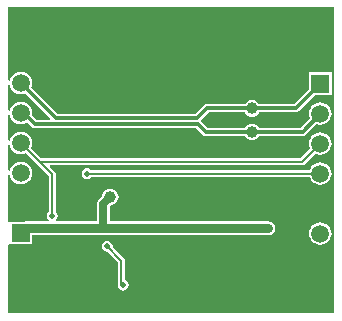
<source format=gbl>
G04*
G04 #@! TF.GenerationSoftware,Altium Limited,Altium Designer,18.1.9 (240)*
G04*
G04 Layer_Physical_Order=2*
G04 Layer_Color=16711680*
%FSAX25Y25*%
%MOIN*%
G70*
G01*
G75*
%ADD23C,0.00800*%
%ADD24C,0.03000*%
%ADD25C,0.02500*%
%ADD26C,0.03937*%
%ADD27C,0.05906*%
%ADD28R,0.05906X0.05906*%
%ADD29C,0.23622*%
%ADD30C,0.01968*%
%ADD31C,0.01200*%
G36*
X0507844Y0247920D02*
X0508222Y0247007D01*
X0508823Y0246223D01*
X0509607Y0245622D01*
X0510520Y0245244D01*
X0511500Y0245115D01*
X0512480Y0245244D01*
X0512945Y0245437D01*
X0521292Y0237089D01*
X0521101Y0236627D01*
X0516891D01*
X0515208Y0238311D01*
X0515285Y0238900D01*
X0515156Y0239880D01*
X0514778Y0240793D01*
X0514177Y0241577D01*
X0513393Y0242178D01*
X0512480Y0242556D01*
X0511500Y0242685D01*
X0510520Y0242556D01*
X0509607Y0242178D01*
X0508823Y0241577D01*
X0508222Y0240793D01*
X0507844Y0239880D01*
X0507817Y0239676D01*
X0507317Y0239709D01*
Y0248091D01*
X0507817Y0248124D01*
X0507844Y0247920D01*
D02*
G37*
G36*
X0615883Y0172217D02*
X0507317D01*
Y0194979D01*
X0507747Y0195147D01*
X0507817Y0195147D01*
X0515253D01*
Y0198055D01*
X0594000D01*
X0594897Y0198233D01*
X0595658Y0198742D01*
X0596167Y0199503D01*
X0596345Y0200400D01*
X0596167Y0201297D01*
X0595658Y0202058D01*
X0594897Y0202567D01*
X0594000Y0202745D01*
X0541190D01*
Y0207766D01*
X0541503Y0208079D01*
X0542038Y0208149D01*
X0542711Y0208428D01*
X0543290Y0208872D01*
X0543733Y0209450D01*
X0544012Y0210124D01*
X0544107Y0210846D01*
X0544012Y0211569D01*
X0543733Y0212243D01*
X0543290Y0212821D01*
X0542711Y0213265D01*
X0542038Y0213544D01*
X0541315Y0213639D01*
X0540592Y0213544D01*
X0539919Y0213265D01*
X0539340Y0212821D01*
X0538897Y0212243D01*
X0538618Y0211569D01*
X0538547Y0211035D01*
X0537622Y0210109D01*
X0537169Y0209431D01*
X0537010Y0208631D01*
X0537010Y0208631D01*
Y0202745D01*
X0523336D01*
X0523184Y0203245D01*
X0523286Y0203314D01*
X0523681Y0203904D01*
X0523819Y0204600D01*
X0523681Y0205296D01*
X0523286Y0205886D01*
X0523223Y0205928D01*
Y0218400D01*
X0523130Y0218868D01*
X0522865Y0219265D01*
X0521216Y0220915D01*
X0521407Y0221376D01*
X0605300D01*
X0605768Y0221470D01*
X0606165Y0221735D01*
X0609751Y0225321D01*
X0610420Y0225044D01*
X0611400Y0224915D01*
X0612380Y0225044D01*
X0613293Y0225422D01*
X0614077Y0226024D01*
X0614678Y0226807D01*
X0615056Y0227720D01*
X0615185Y0228700D01*
X0615056Y0229680D01*
X0614678Y0230593D01*
X0614077Y0231377D01*
X0613293Y0231978D01*
X0612380Y0232356D01*
X0611400Y0232485D01*
X0610420Y0232356D01*
X0609507Y0231978D01*
X0608723Y0231377D01*
X0608122Y0230593D01*
X0607744Y0229680D01*
X0607615Y0228700D01*
X0607744Y0227720D01*
X0608021Y0227051D01*
X0604793Y0223823D01*
X0518307D01*
X0514879Y0227251D01*
X0515156Y0227920D01*
X0515285Y0228900D01*
X0515156Y0229880D01*
X0514778Y0230793D01*
X0514177Y0231576D01*
X0513393Y0232178D01*
X0512480Y0232556D01*
X0511500Y0232685D01*
X0510520Y0232556D01*
X0509607Y0232178D01*
X0508823Y0231576D01*
X0508222Y0230793D01*
X0507844Y0229880D01*
X0507817Y0229676D01*
X0507317Y0229709D01*
Y0238091D01*
X0507817Y0238124D01*
X0507844Y0237920D01*
X0508222Y0237007D01*
X0508823Y0236224D01*
X0509607Y0235622D01*
X0510520Y0235244D01*
X0511500Y0235115D01*
X0512480Y0235244D01*
X0513393Y0235622D01*
X0513657Y0235825D01*
X0515291Y0234191D01*
X0515291Y0234191D01*
X0515754Y0233881D01*
X0516300Y0233773D01*
X0529079D01*
X0529089Y0233770D01*
X0570058D01*
X0572282Y0231547D01*
X0572282Y0231547D01*
X0572745Y0231237D01*
X0573291Y0231129D01*
X0586131D01*
X0586141Y0231104D01*
X0586585Y0230525D01*
X0587163Y0230082D01*
X0587836Y0229803D01*
X0588559Y0229708D01*
X0589282Y0229803D01*
X0589955Y0230082D01*
X0590534Y0230525D01*
X0590977Y0231104D01*
X0590988Y0231129D01*
X0605456D01*
X0605456Y0231129D01*
X0606002Y0231237D01*
X0606465Y0231547D01*
X0610097Y0235178D01*
X0610420Y0235044D01*
X0611400Y0234915D01*
X0612380Y0235044D01*
X0613293Y0235422D01*
X0614077Y0236023D01*
X0614678Y0236807D01*
X0615056Y0237720D01*
X0615185Y0238700D01*
X0615056Y0239680D01*
X0614678Y0240593D01*
X0614077Y0241376D01*
X0613293Y0241978D01*
X0612380Y0242356D01*
X0611400Y0242485D01*
X0610420Y0242356D01*
X0609507Y0241978D01*
X0608723Y0241376D01*
X0608122Y0240593D01*
X0607744Y0239680D01*
X0607615Y0238700D01*
X0607744Y0237720D01*
X0607995Y0237114D01*
X0604865Y0233984D01*
X0590910D01*
X0590534Y0234474D01*
X0589955Y0234918D01*
X0589282Y0235197D01*
X0588559Y0235292D01*
X0587836Y0235197D01*
X0587163Y0234918D01*
X0586585Y0234474D01*
X0586208Y0233984D01*
X0573882D01*
X0571659Y0236207D01*
X0571629Y0236510D01*
X0574192Y0239073D01*
X0586101D01*
X0586141Y0238978D01*
X0586585Y0238400D01*
X0587163Y0237956D01*
X0587836Y0237677D01*
X0588559Y0237582D01*
X0589282Y0237677D01*
X0589955Y0237956D01*
X0590534Y0238400D01*
X0590977Y0238978D01*
X0591017Y0239073D01*
X0603200D01*
X0603200Y0239073D01*
X0603746Y0239181D01*
X0604209Y0239491D01*
X0609666Y0244947D01*
X0615153D01*
Y0252453D01*
X0607647D01*
Y0246966D01*
X0602609Y0241927D01*
X0590857D01*
X0590534Y0242349D01*
X0589955Y0242792D01*
X0589282Y0243071D01*
X0588559Y0243166D01*
X0587836Y0243071D01*
X0587163Y0242792D01*
X0586585Y0242349D01*
X0586261Y0241927D01*
X0573601D01*
X0573600Y0241927D01*
X0573054Y0241819D01*
X0572591Y0241509D01*
X0569707Y0238625D01*
X0533711D01*
X0533441Y0238679D01*
X0533171Y0238625D01*
X0529926D01*
X0529916Y0238627D01*
X0529915Y0238627D01*
X0523791D01*
X0514963Y0247455D01*
X0515156Y0247920D01*
X0515285Y0248900D01*
X0515156Y0249880D01*
X0514778Y0250793D01*
X0514177Y0251576D01*
X0513393Y0252178D01*
X0512480Y0252556D01*
X0511500Y0252685D01*
X0510520Y0252556D01*
X0509607Y0252178D01*
X0508823Y0251576D01*
X0508222Y0250793D01*
X0507844Y0249880D01*
X0507817Y0249676D01*
X0507317Y0249709D01*
Y0274183D01*
X0615883D01*
Y0172217D01*
D02*
G37*
G36*
X0507844Y0227920D02*
X0508222Y0227007D01*
X0508823Y0226223D01*
X0509607Y0225622D01*
X0510520Y0225244D01*
X0511500Y0225115D01*
X0512480Y0225244D01*
X0513149Y0225521D01*
X0516935Y0221735D01*
X0516935Y0221735D01*
X0520777Y0217893D01*
Y0205928D01*
X0520714Y0205886D01*
X0520319Y0205296D01*
X0520181Y0204600D01*
X0520319Y0203904D01*
X0520714Y0203314D01*
X0520816Y0203245D01*
X0520665Y0202745D01*
X0513000D01*
X0512536Y0202653D01*
X0507817D01*
X0507747Y0202653D01*
X0507317Y0202821D01*
Y0218091D01*
X0507817Y0218124D01*
X0507844Y0217920D01*
X0508222Y0217007D01*
X0508823Y0216224D01*
X0509607Y0215622D01*
X0510520Y0215244D01*
X0511500Y0215115D01*
X0512480Y0215244D01*
X0513393Y0215622D01*
X0514177Y0216224D01*
X0514778Y0217007D01*
X0515156Y0217920D01*
X0515285Y0218900D01*
X0515156Y0219880D01*
X0514778Y0220793D01*
X0514177Y0221576D01*
X0513393Y0222178D01*
X0512480Y0222556D01*
X0511500Y0222685D01*
X0510520Y0222556D01*
X0509607Y0222178D01*
X0508823Y0221576D01*
X0508222Y0220793D01*
X0507844Y0219880D01*
X0507817Y0219676D01*
X0507317Y0219709D01*
Y0228091D01*
X0507817Y0228124D01*
X0507844Y0227920D01*
D02*
G37*
%LPC*%
G36*
X0611400Y0222485D02*
X0610420Y0222356D01*
X0609507Y0221978D01*
X0608723Y0221376D01*
X0608122Y0220593D01*
X0607845Y0219923D01*
X0535028D01*
X0534986Y0219986D01*
X0534396Y0220381D01*
X0533700Y0220519D01*
X0533004Y0220381D01*
X0532414Y0219986D01*
X0532019Y0219396D01*
X0531881Y0218700D01*
X0532019Y0218004D01*
X0532414Y0217414D01*
X0533004Y0217019D01*
X0533700Y0216881D01*
X0534396Y0217019D01*
X0534986Y0217414D01*
X0535028Y0217477D01*
X0607845D01*
X0608122Y0216807D01*
X0608723Y0216023D01*
X0609507Y0215422D01*
X0610420Y0215044D01*
X0611400Y0214915D01*
X0612380Y0215044D01*
X0613293Y0215422D01*
X0614077Y0216023D01*
X0614678Y0216807D01*
X0615056Y0217720D01*
X0615185Y0218700D01*
X0615056Y0219680D01*
X0614678Y0220593D01*
X0614077Y0221376D01*
X0613293Y0221978D01*
X0612380Y0222356D01*
X0611400Y0222485D01*
D02*
G37*
G36*
Y0202485D02*
X0610420Y0202356D01*
X0609507Y0201978D01*
X0608723Y0201377D01*
X0608122Y0200593D01*
X0607744Y0199680D01*
X0607615Y0198700D01*
X0607744Y0197720D01*
X0608122Y0196807D01*
X0608723Y0196023D01*
X0609507Y0195422D01*
X0610420Y0195044D01*
X0611400Y0194915D01*
X0612380Y0195044D01*
X0613293Y0195422D01*
X0614077Y0196023D01*
X0614678Y0196807D01*
X0615056Y0197720D01*
X0615185Y0198700D01*
X0615056Y0199680D01*
X0614678Y0200593D01*
X0614077Y0201377D01*
X0613293Y0201978D01*
X0612380Y0202356D01*
X0611400Y0202485D01*
D02*
G37*
G36*
X0540300Y0196219D02*
X0539604Y0196081D01*
X0539014Y0195686D01*
X0538619Y0195096D01*
X0538481Y0194400D01*
X0538619Y0193704D01*
X0539014Y0193114D01*
X0539604Y0192719D01*
X0540300Y0192581D01*
X0540374Y0192596D01*
X0543877Y0189093D01*
Y0182100D01*
X0543938Y0181789D01*
X0543881Y0181500D01*
X0544019Y0180804D01*
X0544414Y0180214D01*
X0545004Y0179819D01*
X0545700Y0179681D01*
X0546396Y0179819D01*
X0546986Y0180214D01*
X0547381Y0180804D01*
X0547519Y0181500D01*
X0547381Y0182196D01*
X0546986Y0182786D01*
X0546396Y0183181D01*
X0546323Y0183195D01*
Y0189600D01*
X0546230Y0190068D01*
X0545965Y0190465D01*
X0542104Y0194326D01*
X0542119Y0194400D01*
X0541981Y0195096D01*
X0541586Y0195686D01*
X0540996Y0196081D01*
X0540300Y0196219D01*
D02*
G37*
%LPD*%
D23*
X0517800Y0222600D02*
X0522000Y0218400D01*
X0511500Y0228900D02*
X0517800Y0222600D01*
X0605300D02*
X0611400Y0228700D01*
X0517800Y0222600D02*
X0605300D01*
X0522000Y0204600D02*
Y0218400D01*
X0533700Y0218700D02*
X0611400D01*
X0545100Y0182100D02*
X0545700Y0181500D01*
X0540300Y0194400D02*
X0545100Y0189600D01*
Y0182100D02*
Y0189600D01*
D24*
X0539100Y0200400D02*
X0594000D01*
X0513000D02*
X0539100D01*
X0511500Y0198900D02*
X0513000Y0200400D01*
D25*
X0539100D02*
Y0208631D01*
X0541315Y0210846D01*
D26*
X0588559Y0240374D02*
D03*
X0541315Y0230532D02*
D03*
Y0210846D02*
D03*
X0588559Y0232500D02*
D03*
D27*
X0511500Y0248900D02*
D03*
Y0238900D02*
D03*
Y0228900D02*
D03*
Y0218900D02*
D03*
Y0208900D02*
D03*
X0611400Y0198700D02*
D03*
Y0208700D02*
D03*
Y0218700D02*
D03*
Y0228700D02*
D03*
Y0238700D02*
D03*
D28*
X0511500Y0198900D02*
D03*
X0611400Y0248700D02*
D03*
D29*
X0595500Y0183900D02*
D03*
X0528600D02*
D03*
D30*
X0606299Y0267717D02*
D03*
X0610237Y0259843D02*
D03*
X0606299Y0251969D02*
D03*
Y0204725D02*
D03*
X0610237Y0181103D02*
D03*
X0606299Y0173228D02*
D03*
X0598425Y0267717D02*
D03*
X0602362Y0259843D02*
D03*
X0598425Y0251969D02*
D03*
X0602362Y0244095D02*
D03*
X0598425Y0236221D02*
D03*
X0602362Y0228347D02*
D03*
Y0212598D02*
D03*
X0598425Y0204725D02*
D03*
X0602362Y0196851D02*
D03*
X0590552Y0267717D02*
D03*
X0594488Y0259843D02*
D03*
X0590552Y0251969D02*
D03*
X0594488Y0244095D02*
D03*
X0590552Y0236221D02*
D03*
X0594488Y0228347D02*
D03*
Y0212598D02*
D03*
X0582678Y0267717D02*
D03*
X0586615Y0259843D02*
D03*
X0582678Y0251969D02*
D03*
X0586615Y0244095D02*
D03*
X0582678Y0236221D02*
D03*
X0586615Y0228347D02*
D03*
X0582678Y0204725D02*
D03*
Y0188977D02*
D03*
Y0173228D02*
D03*
X0574803Y0267717D02*
D03*
X0578741Y0259843D02*
D03*
X0574803Y0251969D02*
D03*
X0578741Y0244095D02*
D03*
X0574803Y0236221D02*
D03*
X0578741Y0228347D02*
D03*
X0574803Y0204725D02*
D03*
Y0173228D02*
D03*
X0566929Y0267717D02*
D03*
X0570866Y0259843D02*
D03*
X0566929Y0251969D02*
D03*
X0570866Y0244095D02*
D03*
Y0228347D02*
D03*
Y0212598D02*
D03*
X0566929Y0204725D02*
D03*
X0570866Y0196851D02*
D03*
X0566929Y0188977D02*
D03*
Y0173228D02*
D03*
X0559055Y0267717D02*
D03*
X0562992Y0259843D02*
D03*
X0559055Y0251969D02*
D03*
X0562992Y0244095D02*
D03*
Y0228347D02*
D03*
Y0212598D02*
D03*
X0559055Y0204725D02*
D03*
X0562992Y0196851D02*
D03*
X0559055Y0188977D02*
D03*
Y0173228D02*
D03*
X0551181Y0267717D02*
D03*
X0555118Y0259843D02*
D03*
X0551181Y0251969D02*
D03*
X0555118Y0244095D02*
D03*
Y0228347D02*
D03*
Y0212598D02*
D03*
X0551181Y0204725D02*
D03*
X0555118Y0196851D02*
D03*
X0551181Y0188977D02*
D03*
Y0173228D02*
D03*
X0543307Y0267717D02*
D03*
X0547244Y0259843D02*
D03*
X0543307Y0251969D02*
D03*
X0547244Y0244095D02*
D03*
Y0228347D02*
D03*
Y0212598D02*
D03*
X0543307Y0204725D02*
D03*
X0547244Y0196851D02*
D03*
X0543307Y0173228D02*
D03*
X0535433Y0267717D02*
D03*
X0539370Y0259843D02*
D03*
X0535433Y0251969D02*
D03*
X0539370Y0244095D02*
D03*
X0535433Y0204725D02*
D03*
X0527559Y0267717D02*
D03*
X0531496Y0259843D02*
D03*
X0527559Y0251969D02*
D03*
X0531496Y0244095D02*
D03*
Y0228347D02*
D03*
Y0212598D02*
D03*
X0519685Y0267717D02*
D03*
X0523622Y0259843D02*
D03*
X0519685Y0251969D02*
D03*
X0523622Y0244095D02*
D03*
Y0228347D02*
D03*
Y0196851D02*
D03*
X0519685Y0173228D02*
D03*
X0511811Y0267717D02*
D03*
X0515748Y0259843D02*
D03*
Y0212598D02*
D03*
X0511811Y0188977D02*
D03*
Y0173228D02*
D03*
X0594000Y0200400D02*
D03*
X0545700Y0181500D02*
D03*
X0522000Y0204600D02*
D03*
X0540300Y0194400D02*
D03*
X0533700Y0218700D02*
D03*
D31*
X0573600Y0240500D02*
X0603200D01*
X0570298Y0237198D02*
X0573600Y0240500D01*
X0533495Y0237198D02*
X0570298D01*
X0573291Y0232556D02*
X0605456D01*
X0611400Y0238500D01*
X0570649Y0235198D02*
X0573291Y0232556D01*
X0523200Y0237200D02*
X0529916D01*
X0511500Y0248900D02*
X0523200Y0237200D01*
X0603200Y0240500D02*
X0611400Y0248700D01*
X0512400Y0239100D02*
X0516300Y0235200D01*
X0529087D01*
X0529089Y0235198D01*
X0533400Y0237198D02*
Y0237211D01*
X0529917Y0237198D02*
X0533400D01*
X0529916Y0237200D02*
X0529917Y0237198D01*
X0529089Y0235198D02*
X0533400D01*
X0570649D01*
X0533441Y0237252D02*
X0533495Y0237198D01*
M02*

</source>
